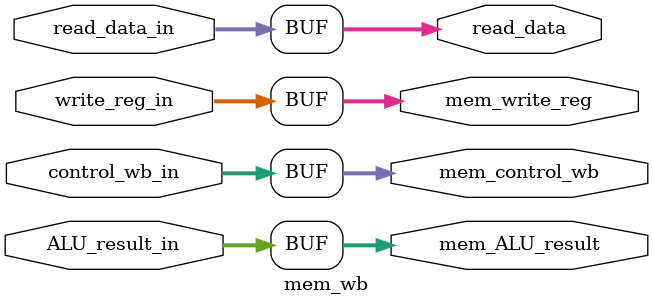
<source format=v>
`timescale 1ns / 1ps

//                              -*- Mode: Verilog -*-
// Filename        : mem_wb.v
// Description     : latch betweent he memory and the writeback portions of the data-path.

// Authors         : Chris Glaubig, Ahmed Khayyat
// Created On      : 5/18/11
module mem_wb(	input wire [1:0] control_wb_in,
					input wire [31:0] read_data_in,
					input wire [31:0]	ALU_result_in,
					input wire [4:0] write_reg_in,
					
					output reg [1:0] mem_control_wb,
					output reg [31:0] read_data,
					output reg [31:0]	mem_ALU_result,
					output reg [4:0] mem_write_reg
					
    );

   initial begin
      mem_control_wb <= 0;
		read_data <= 0;
		mem_ALU_result <= 0;
		mem_write_reg <= 0;
   end
   always @* begin
      #1 mem_control_wb <= control_wb_in;
			read_data <= read_data_in;
			mem_ALU_result <= ALU_result_in;
			mem_write_reg <= write_reg_in;
   end
endmodule

</source>
